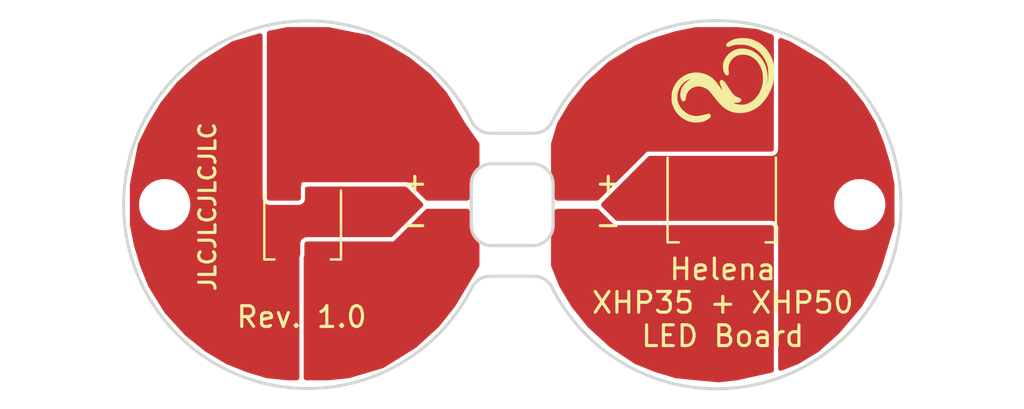
<source format=kicad_pcb>
(kicad_pcb (version 20221018) (generator pcbnew)
  (layers (0 "F.Cu" signal) (31 "B.Cu" signal) (34 "B.Paste" user) (35 "F.Paste" user) (36 "B.SilkS" user "B.Silkscreen") (37 "F.SilkS" user "F.Silkscreen") (38 "B.Mask" user) (39 "F.Mask" user) (44 "Edge.Cuts" user))
  (net 0 "")
  (net 1 "Net-(D1-K)")
  (net 2 "Net-(D1-A)")
  (net 3 "unconnected-(D1-PAD-Pad3)")
  (net 4 "Net-(D2-K)")
  (net 5 "Net-(D2-A)")
  (net 6 "unconnected-(D2-PAD-Pad3)")
  (footprint "XHP35_XHP50_YD:MountingHole_3.2mm_M3" (layer "F.Cu") (at 67 150)
    (fp_text reference "REF**" hide)
    (fp_text value "MountingHole_3.0mm")
    (pad "" np_thru_hole circle (at 0 0) (size 2 2) (drill 2) (layers "F&B.Cu" "*.Mask"))
  )
  (footprint "XHP35_XHP50_YD:MountingHole_3.2mm_M3" (layer "F.Cu") (at 33 150)
    (fp_text reference "REF**" hide)
    (fp_text value "MountingHole_3.0mm")
    (pad "" np_thru_hole circle (at 0 0) (size 2 2) (drill 2) (layers "F&B.Cu" "*.Mask"))
  )
  (footprint "XHP35_XHP50_YD:PinHeader_2x02_P2.00mm_Vertical_SMD" (layer "F.Cu") (at 50 150)
    (fp_text reference "J1" hide)
    (fp_text value "Conn_02x02_Odd_Even")
    (pad "1" smd rect (at -3.15 -1) (size 1.7 1) (layers "F.Cu" "F.Paste" "F.Mask") (net 2 "Net-(D1-A)"))
    (pad "2" smd rect (at 3.15 -1) (size 1.7 1) (layers "F.Cu" "F.Paste" "F.Mask") (net 5 "Net-(D2-A)"))
    (pad "3" smd rect (at -3.15 1) (size 1.7 1) (layers "F.Cu" "F.Paste" "F.Mask") (net 1 "Net-(D1-K)"))
    (pad "4" smd rect (at 3.15 1) (size 1.7 1) (layers "F.Cu" "F.Paste" "F.Mask") (net 4 "Net-(D2-K)"))
  )
  (footprint "XHP35_XHP50_YD:Helena_5,0x4,1mm" (layer "F.Cu") (at 60.3 143.9)
    (fp_text reference "G***" hide)
    (fp_text value "LOGO" hide)
    (fp_poly (pts (xy 1.121858 -2.050452) (xy 1.24378 -2.037938) (xy 1.333863 -2.020586) (xy 1.532991 -1.955444) (xy 1.718711 -1.864607) (xy 1.889446 -1.749826) (xy 2.043616 -1.612847) (xy 2.179642 -1.45542) (xy 2.295946 -1.279292) (xy 2.390948 -1.086211) (xy 2.46307 -0.877926) (xy 2.497537 -0.732118) (xy 2.504539 -0.679398) (xy 2.510162 -0.603584) (xy 2.514059 -0.511445) (xy 2.515882 -0.409752) (xy 2.515966 -0.37353) (xy 2.512664 -0.219078) (xy 2.502381 -0.084343) (xy 2.483638 0.040334) (xy 2.454958 0.164608) (xy 2.414863 0.298136) (xy 2.411667 0.307849) (xy 2.335236 0.504347) (xy 2.238738 0.69579) (xy 2.125567 0.877258) (xy 1.999113 1.04383) (xy 1.862769 1.190589) (xy 1.719927 1.312612) (xy 1.717819 1.31418) (xy 1.546379 1.424246) (xy 1.363047 1.510058) (xy 1.171958 1.570334) (xy 0.977241 1.603792) (xy 0.783031 1.60915) (xy 0.769471 1.608434) (xy 0.627222 1.59432) (xy 0.500841 1.567901) (xy 0.377773 1.526094) (xy 0.304402 1.494248) (xy 0.213233 1.447822) (xy 0.126756 1.394225) (xy 0.041974 1.33067) (xy -0.04411 1.254368) (xy -0.134493 1.162534) (xy -0.232172 1.052381) (xy -0.340145 0.92112) (xy -0.417258 0.823174) (xy -0.480457 0.74308) (xy -0.54277 0.666407) (xy -0.600077 0.598053) (xy -0.648257 0.542919) (xy -0.683191 0.505905) (xy -0.687363 0.50191) (xy -0.789866 0.423721) (xy -0.908323 0.363015) (xy -1.035528 0.322071) (xy -1.164274 0.303168) (xy -1.287356 0.308583) (xy -1.294879 0.309812) (xy -1.421208 0.344994) (xy -1.534817 0.403263) (xy -1.632593 0.481355) (xy -1.711426 0.576008) (xy -1.768206 0.683959) (xy -1.79982 0.801944) (xy -1.804306 0.844111) (xy -1.814264 0.924428) (xy -1.833259 0.98024) (xy -1.863445 1.01612) (xy -1.892857 1.032005) (xy -1.938046 1.035632) (xy -1.978923 1.013495) (xy -2.014153 0.969563) (xy -2.042407 0.907806) (xy -2.062351 0.832193) (xy -2.072653 0.746693) (xy -2.071982 0.655276) (xy -2.059005 0.56191) (xy -2.055659 0.546892) (xy -2.034789 0.476234) (xy -2.006073 0.400796) (xy -1.983649 0.352657) (xy -1.930431 0.270091) (xy -1.857675 0.183459) (xy -1.773273 0.100556) (xy -1.685115 0.029177) (xy -1.606176 -0.020288) (xy -1.560413 -0.045803) (xy -1.541153 -0.06063) (xy -1.546969 -0.064711) (xy -1.576438 -0.057991) (xy -1.628135 -0.040411) (xy -1.673412 -0.022964) (xy -1.810312 0.047415) (xy -1.932756 0.142171) (xy -2.037856 0.25813) (xy -2.122725 0.392119) (xy -2.183493 0.537882) (xy -2.20662 0.634928) (xy -2.220286 0.746058) (xy -2.22399 0.860073) (xy -2.217235 0.965776) (xy -2.205468 1.031036) (xy -2.156792 1.177185) (xy -2.086653 1.308035) (xy -1.991481 1.429772) (xy -1.950902 1.472062) (xy -1.818909 1.585737) (xy -1.679858 1.670843) (xy -1.532781 1.727622) (xy -1.37671 1.756318) (xy -1.210678 1.757174) (xy -1.033715 1.730432) (xy -0.976506 1.716582) (xy -0.87359 1.689706) (xy -0.795617 1.669866) (xy -0.738656 1.656399) (xy -0.698776 1.648643) (xy -0.672047 1.645933) (xy -0.654538 1.647606) (xy -0.642318 1.652998) (xy -0.634527 1.658863) (xy -0.600542 1.703818) (xy -0.590004 1.757313) (xy -0.597763 1.793221) (xy -0.627733 1.83636) (xy -0.680735 1.883641) (xy -0.750939 1.931457) (xy -0.832518 1.976199) (xy -0.919644 2.014256) (xy -0.994402 2.038843) (xy -1.077795 2.055348) (xy -1.179432 2.06604) (xy -1.288905 2.070642) (xy -1.395801 2.068879) (xy -1.489711 2.060476) (xy -1.53147 2.053055) (xy -1.712991 1.99762) (xy -1.883481 1.915957) (xy -2.03941 1.810301) (xy -2.177247 1.682891) (xy -2.248436 1.598706) (xy -2.325212 1.488315) (xy -2.387413 1.373384) (xy -2.441019 1.242517) (xy -2.452329 1.210235) (xy -2.472346 1.149473) (xy -2.485989 1.099733) (xy -2.494498 1.052344) (xy -2.499116 0.998636) (xy -2.501086 0.92994) (xy -2.501561 0.866588) (xy -2.499146 0.743112) (xy -2.489452 0.63918) (xy -2.470346 0.5449) (xy -2.439696 0.450381) (xy -2.395369 0.345731) (xy -2.383979 0.321235) (xy -2.290717 0.156871) (xy -2.175812 0.011703) (xy -2.041754 -0.112693) (xy -1.891034 -0.214742) (xy -1.726143 -0.292868) (xy -1.549572 -0.345495) (xy -1.363812 -0.371048) (xy -1.285932 -0.373333) (xy -1.139321 -0.362469) (xy -0.985951 -0.33237) (xy -0.839005 -0.286059) (xy -0.763202 -0.253578) (xy -0.667219 -0.20374) (xy -0.580489 -0.149572) (xy -0.499533 -0.087678) (xy -0.420873 -0.014663) (xy -0.341029 0.072869) (xy -0.256523 0.178314) (xy -0.163877 0.305068) (xy -0.106757 0.387184) (xy -0.066651 0.445049) (xy -0.03342 0.491872) (xy -0.010212 0.523302) (xy -0.000175 0.534986) (xy 0 0.534782) (xy -0.004947 0.51865) (xy -0.018542 0.479767) (xy -0.038914 0.423355) (xy -0.064192 0.354632) (xy -0.074503 0.326892) (xy -0.101474 0.25223) (xy -0.124123 0.185152) (xy -0.140501 0.131773) (xy -0.148655 0.09821) (xy -0.149209 0.092703) (xy -0.139056 0.059961) (xy -0.114203 0.024149) (xy -0.083552 -0.004282) (xy -0.057512 -0.014941) (xy -0.025589 -0.004006) (xy 0.017859 0.025151) (xy 0.066148 0.067059) (xy 0.112597 0.116244) (xy 0.131549 0.139866) (xy 0.160567 0.18089) (xy 0.200254 0.240515) (xy 0.246007 0.311656) (xy 0.293221 0.387231) (xy 0.307644 0.410795) (xy 0.399525 0.551206) (xy 0.487619 0.664543) (xy 0.571351 0.750188) (xy 0.650145 0.807521) (xy 0.694765 0.828057) (xy 0.770276 0.855765) (xy 0.822751 0.878555) (xy 0.857931 0.899553) (xy 0.881559 0.921886) (xy 0.891115 0.934955) (xy 0.907774 0.966268) (xy 0.906063 0.991456) (xy 0.895582 1.01239) (xy 0.859491 1.056417) (xy 0.807924 1.085183) (xy 0.736816 1.100112) (xy 0.642105 1.102627) (xy 0.638363 1.102509) (xy 0.57623 1.101094) (xy 0.540014 1.102253) (xy 0.525819 1.106513) (xy 0.52975 1.114405) (xy 0.532882 1.116842) (xy 0.602302 1.1538) (xy 0.692904 1.182076) (xy 0.797009 1.20074) (xy 0.906941 1.208863) (xy 1.015022 1.205515) (xy 1.113574 1.189767) (xy 1.120588 1.188003) (xy 1.274751 1.132909) (xy 1.418582 1.051373) (xy 1.550214 0.945614) (xy 1.667775 0.817848) (xy 1.769395 0.670296) (xy 1.853204 0.505173) (xy 1.917333 0.324699) (xy 1.945708 0.209376) (xy 1.945744 0.209176) (xy 2.166471 0.209176) (xy 2.171937 0.221475) (xy 2.176432 0.219137) (xy 2.17822 0.201405) (xy 2.176432 0.199216) (xy 2.167549 0.201267) (xy 2.166471 0.209176) (xy 1.945744 0.209176) (xy 1.95886 0.137977) (xy 1.966737 0.071789) (xy 1.969978 0.000768) (xy 1.969225 -0.085127) (xy 1.967637 -0.134471) (xy 1.960303 -0.259879) (xy 1.947136 -0.365092) (xy 1.925965 -0.459569) (xy 1.894617 -0.552772) (xy 1.850922 -0.654162) (xy 1.845899 -0.664882) (xy 1.758973 -0.822243) (xy 1.658022 -0.954053) (xy 1.541541 -1.061894) (xy 1.408024 -1.14735) (xy 1.368041 -1.167173) (xy 1.253518 -1.214133) (xy 1.147215 -1.242085) (xy 1.036971 -1.253871) (xy 0.993588 -1.254704) (xy 0.842551 -1.242588) (xy 0.707877 -1.205872) (xy 0.588194 -1.144008) (xy 0.482131 -1.056448) (xy 0.472119 -1.04615) (xy 0.382459 -0.931404) (xy 0.319257 -0.804261) (xy 0.28347 -0.667766) (xy 0.276055 -0.524962) (xy 0.283941 -0.447856) (xy 0.293872 -0.36517) (xy 0.293257 -0.30627) (xy 0.28132 -0.266699) (xy 0.257283 -0.242003) (xy 0.247101 -0.236601) (xy 0.215582 -0.228548) (xy 0.182359 -0.237883) (xy 0.163059 -0.248315) (xy 0.113787 -0.293016) (xy 0.073374 -0.361149) (xy 0.042804 -0.447321) (xy 0.023057 -0.546136) (xy 0.015116 -0.652203) (xy 0.019963 -0.760127) (xy 0.03858 -0.864516) (xy 0.046024 -0.891162) (xy 0.104402 -1.033686) (xy 0.187928 -1.165505) (xy 0.292739 -1.283087) (xy 0.414974 -1.3829) (xy 0.550771 -1.461412) (xy 0.69627 -1.515093) (xy 0.739588 -1.525482) (xy 0.841012 -1.53909) (xy 0.958024 -1.542426) (xy 1.078292 -1.535858) (xy 1.18948 -1.519756) (xy 1.228213 -1.510843) (xy 1.408029 -1.448963) (xy 1.572428 -1.361741) (xy 1.720427 -1.249999) (xy 1.851041 -1.114563) (xy 1.963288 -0.956254) (xy 2.024608 -0.844177) (xy 2.102245 -0.662724) (xy 2.15574 -0.480324) (xy 2.186352 -0.290685) (xy 2.19534 -0.087515) (xy 2.193186 -0.001591) (xy 2.185789 0.171823) (xy 2.208107 0.089647) (xy 2.219495 0.027883) (xy 2.227543 -0.056425) (xy 2.232279 -0.156128) (xy 2.233727 -0.264077) (xy 2.231914 -0.373125) (xy 2.226865 -0.476121) (xy 2.218606 -0.565918) (xy 2.207164 -0.635366) (xy 2.205458 -0.642471) (xy 2.140283 -0.847545) (xy 2.052962 -1.035779) (xy 1.944768 -1.205504) (xy 1.816973 -1.355051) (xy 1.670849 -1.482747) (xy 1.507669 -1.586925) (xy 1.471706 -1.605483) (xy 1.351928 -1.660083) (xy 1.241334 -1.698745) (xy 1.12929 -1.724129) (xy 1.005167 -1.738896) (xy 0.918883 -1.743831) (xy 0.758107 -1.744203) (xy 0.616911 -1.730757) (xy 0.487846 -1.702423) (xy 0.385203 -1.667072) (xy 0.318677 -1.642476) (xy 0.271758 -1.631403) (xy 0.237557 -1.633559) (xy 0.209186 -1.64865) (xy 0.197053 -1.659053) (xy 0.169508 -1.69653) (xy 0.167901 -1.736) (xy 0.192917 -1.780613) (xy 0.232548 -1.822113) (xy 0.309497 -1.880089) (xy 0.409064 -1.935103) (xy 0.523991 -1.983606) (xy 0.635 -2.018878) (xy 0.737468 -2.038969) (xy 0.859141 -2.050944) (xy 0.990457 -2.054779) (xy 1.121858 -2.050452)) (stroke (width 0.01)) (fill solid) (layer "F.SilkS"))
  )
  (footprint "XHP35_XHP50_YD:LED_Cree-XHP35_6V" (layer "F.Cu") (at 39.75 150.80625 90)
    (fp_text reference "D1" hide)
    (fp_text value "LED_Cree_XHP35_6V")
    (fp_line (start -1.875 -1.875) (end -1.875 -1.375) (stroke (width 0.12)) (layer "F.SilkS"))
    (fp_line (start -1.875 1.875) (end -1.875 1.375) (stroke (width 0.12)) (layer "F.SilkS"))
    (fp_line (start 1.5 -1.875) (end -1.875 -1.875) (stroke (width 0.12)) (layer "F.SilkS"))
    (fp_line (start 1.5 1.875) (end -1.875 1.875) (stroke (width 0.12)) (layer "F.SilkS"))
    (pad "1" smd rect (at -1.4 0.885 90) (size 0.5 1.53) (layers "F.Cu") (net 1 "Net-(D1-K)"))
    (pad "2" smd rect (at 1.4 -0.885 90) (size 0.5 1.53) (layers "F.Cu" "F.Mask") (net 2 "Net-(D1-A)"))
    (pad "3" smd rect (at -1.15 -0.885 90) (size 1 1.53) (layers "F.Cu") (net 3 "unconnected-(D1-PAD-Pad3)"))
    (pad "3" smd rect (at 0 0 90) (size 1.3 3.3) (layers "F.Cu") (net 3 "unconnected-(D1-PAD-Pad3)"))
    (pad "3" smd rect (at 1.15 0.885 90) (size 1 1.53) (layers "F.Cu") (net 3 "unconnected-(D1-PAD-Pad3)"))
  )
  (footprint "XHP35_XHP50_YD:LED_Cree-XHP50_6V" (layer "F.Cu") (at 60.25 149.19375 90)
    (fp_text reference "D2" hide)
    (fp_text value "LED_Cree_XHP50_6V")
    (fp_line (start -2.65 -2.65) (end -2.65 -2.1) (stroke (width 0.12)) (layer "F.SilkS"))
    (fp_line (start -2.65 2.65) (end -2.65 2.15) (stroke (width 0.12)) (layer "F.SilkS"))
    (fp_line (start 1.5 -2.65) (end -2.65 -2.65) (stroke (width 0.12)) (layer "F.SilkS"))
    (fp_line (start 1.5 2.65) (end -2.65 2.65) (stroke (width 0.12)) (layer "F.SilkS"))
    (pad "1" smd rect (at -2.14 0 90) (size 0.5 4.78) (layers "F.Cu" "F.Mask") (net 4 "Net-(D2-K)"))
    (pad "2" smd rect (at 2.14 0 90) (size 0.5 4.78) (layers "F.Cu" "F.Mask") (net 5 "Net-(D2-A)"))
    (pad "3" smd rect (at 0 0 90) (size 2.78 4.78) (layers "F.Cu" "F.Mask") (net 6 "unconnected-(D2-PAD-Pad3)"))
  )
  (gr_line (start 52 149) (end 52 151) (stroke (width 0.15)) (layer "Edge.Cuts"))
  (gr_line (start 51 152) (end 49 152) (stroke (width 0.15)) (layer "Edge.Cuts"))
  (gr_line (start 48 149) (end 48 151) (stroke (width 0.15)) (layer "Edge.Cuts"))
  (gr_line (start 51 148) (end 49 148) (stroke (width 0.15)) (layer "Edge.Cuts"))
  (gr_arc (start 51.06 153.5) (mid 51.554225 153.630666) (end 51.919293 153.988516) (stroke (width 0.15)) (layer "Edge.Cuts"))
  (gr_arc (start 51.940648 145.9685) (mid 69.014662 150.023998) (end 51.919294 153.988516) (stroke (width 0.15)) (layer "Edge.Cuts"))
  (gr_arc (start 48.93 146.5) (mid 48.438072 146.370636) (end 48.073419 146.016013) (stroke (width 0.15)) (layer "Edge.Cuts"))
  (gr_arc (start 49 152) (mid 48.292893 151.707107) (end 48 151) (stroke (width 0.15)) (layer "Edge.Cuts"))
  (gr_arc (start 48 149) (mid 48.292893 148.292893) (end 49 148) (stroke (width 0.15)) (layer "Edge.Cuts"))
  (gr_arc (start 52 151) (mid 51.707107 151.707107) (end 51 152) (stroke (width 0.15)) (layer "Edge.Cuts"))
  (gr_line (start 48.93 153.5) (end 51.06 153.5) (stroke (width 0.15)) (layer "Edge.Cuts"))
  (gr_arc (start 51 148) (mid 51.707107 148.292893) (end 52 149) (stroke (width 0.15)) (layer "Edge.Cuts"))
  (gr_arc (start 48.049224 154.026465) (mid 30.996649 149.975601) (end 48.070933 146.017238) (stroke (width 0.15)) (layer "Edge.Cuts"))
  (gr_arc (start 48.049225 154.026465) (mid 48.416938 153.641648) (end 48.93 153.5) (stroke (width 0.15)) (layer "Edge.Cuts"))
  (gr_arc (start 51.942872 145.969613) (mid 51.574969 146.357208) (end 51.06 146.5) (stroke (width 0.15)) (layer "Edge.Cuts"))
  (gr_line (start 48.93 146.5) (end 51.06 146.5) (stroke (width 0.15)) (layer "Edge.Cuts"))
  (gr_text "-" (at 45.2375 150.9525) (layer "F.SilkS") (effects (font (size 1.016 1.016) (thickness 0.1524))))
  (gr_text "-" (at 54.699 150.9525) (layer "F.SilkS") (effects (font (size 1.016 1.016) (thickness 0.1524))))
  (gr_text "+" (at 54.699 148.9205) (layer "F.SilkS") (effects (font (size 1.016 1.016) (thickness 0.1524))))
  (gr_text "Rev. 1.0" (at 39.7 155.5) (layer "F.SilkS") (effects (font (size 1.016 1.016) (thickness 0.1524))))
  (gr_text "+" (at 45.2375 148.9205) (layer "F.SilkS") (effects (font (size 1.016 1.016) (thickness 0.1524))))
  (gr_text "JLCJLCJLCJLC" (at 35.1 150.1 90) (layer "F.SilkS") (effects (font (size 0.8 0.8))))
  (gr_text "Helena\nXHP35 + XHP50\nLED Board" (at 60.3 154.8) (layer "F.SilkS") (effects (font (size 1.016 1.016) (thickness 0.1524))))
  (zone (net 4) (net_name "Net-(D2-K)") (layer "F.Cu") (priority 4) (connect_pads yes (clearance 0.2032)) (min_thickness 0.25) (fill yes (thermal_gap 0.5) (thermal_bridge_width 0.5))
    (polygon (pts (xy 51.9 150.2) (xy 54.2 150.2) (xy 55 151) (xy 62.8 151) (xy 62.8 158.2) (xy 61 158.6) (xy 60.1 158.7) (xy 59 158.6) (xy 58 158.5) (xy 57 158.2) (xy 56 157.8) (xy 54.8 157) (xy 53.7 156) (xy 52.9 155) (xy 52.3 154) (xy 51.9 153)))
  )
  (zone (net 6) (net_name "unconnected-(D2-PAD-Pad3)") (layer "F.Cu") (priority 1) (connect_pads yes (clearance 0.2032)) (min_thickness 0.25) (fill yes (thermal_gap 0.5) (thermal_bridge_width 0.5))
    (polygon (pts (xy 68.7 149) (xy 68.5 148) (xy 68.2 147) (xy 67.8 146) (xy 67.2 145) (xy 66.4 144) (xy 65.3 143) (xy 63.6 142) (xy 62 141.4) (xy 61 141.3) (xy 58 141.3) (xy 57 141.4) (xy 56 141.8) (xy 55 142.4) (xy 54 143.2) (xy 53.2 144) (xy 52.5 145) (xy 51.9 146) (xy 51.9 153) (xy 52 154) (xy 52.5 155) (xy 53.2 156) (xy 54.2 157) (xy 55.5 158) (xy 57 158.7) (xy 60 158.7) (xy 61 158.6) (xy 63 158.2) (xy 64 157.8) (xy 65 157.2) (xy 66 156.3) (xy 67.1 155) (xy 67.7 154) (xy 68.1 153) (xy 68.7 151)))
  )
  (zone (net 3) (net_name "unconnected-(D1-PAD-Pad3)") (layer "F.Cu") (connect_pads yes (clearance 0.2032)) (min_thickness 0.25) (fill yes (thermal_gap 0.5) (thermal_bridge_width 0.5))
    (polygon (pts (xy 31.3 149) (xy 31.7 147) (xy 32.2 146) (xy 32.8 145) (xy 33.6 144) (xy 34.7 143) (xy 36.3 142) (xy 38 141.5) (xy 39 141.3) (xy 41 141.3) (xy 43 141.5) (xy 44 141.8) (xy 45 142.4) (xy 46 143.2) (xy 46.8 144) (xy 47.5 145) (xy 48.1 146) (xy 48.4 147) (xy 48.4 153) (xy 48.1 154) (xy 47.5 155) (xy 46.8 156) (xy 45.8 157) (xy 44.4 158) (xy 43 158.6) (xy 39 158.6) (xy 38 158.5) (xy 37 158.2) (xy 36 157.8) (xy 35 157.2) (xy 34 156.4) (xy 33 155.3) (xy 32.2 154) (xy 31.8 153) (xy 31.5 152) (xy 31.3 151)))
  )
  (zone (net 5) (net_name "Net-(D2-A)") (layer "F.Cu") (priority 5) (connect_pads yes (clearance 0.2032)) (min_thickness 0.25) (fill yes (thermal_gap 0.5) (thermal_bridge_width 0.5))
    (polygon (pts (xy 51.9 147) (xy 51.9 149.8) (xy 54.2 149.8) (xy 56.6 147.4) (xy 62.8 147.4) (xy 62.8 141.7) (xy 62 141.4) (xy 61 141.3) (xy 59 141.3) (xy 58 141.5) (xy 57 141.8) (xy 56 142.2) (xy 54.7 143) (xy 53.6 144) (xy 52.8 145) (xy 52.2 146)))
  )
  (zone (net 1) (net_name "Net-(D1-K)") (layer "F.Cu") (priority 2) (connect_pads yes (clearance 0.2032)) (min_thickness 0.25) (fill yes (thermal_gap 0.5) (thermal_bridge_width 0.5))
    (polygon (pts (xy 45.8 150.2) (xy 48.4 150.2) (xy 48.4 153) (xy 47.8 154) (xy 47.2 155) (xy 46.4 156) (xy 45.3 157) (xy 43.7 158) (xy 42 158.5) (xy 41 158.6) (xy 39.8 158.6) (xy 39.8 151.8) (xy 44.2 151.8)))
  )
  (zone (net 2) (net_name "Net-(D1-A)") (layer "F.Cu") (priority 3) (connect_pads yes (clearance 0.2032)) (min_thickness 0.25) (fill yes (thermal_gap 0.5) (thermal_bridge_width 0.5))
    (polygon (pts (xy 38 149.8) (xy 39.7 149.8) (xy 39.7 148.9) (xy 44.9 148.9) (xy 45.8 149.8) (xy 48.4 149.8) (xy 48.4 147) (xy 47.7 146) (xy 46.8 144.5) (xy 46 143.6) (xy 45 142.8) (xy 44 142.2) (xy 43 141.7) (xy 41 141.3) (xy 39 141.3) (xy 38 141.5)))
  )
)
</source>
